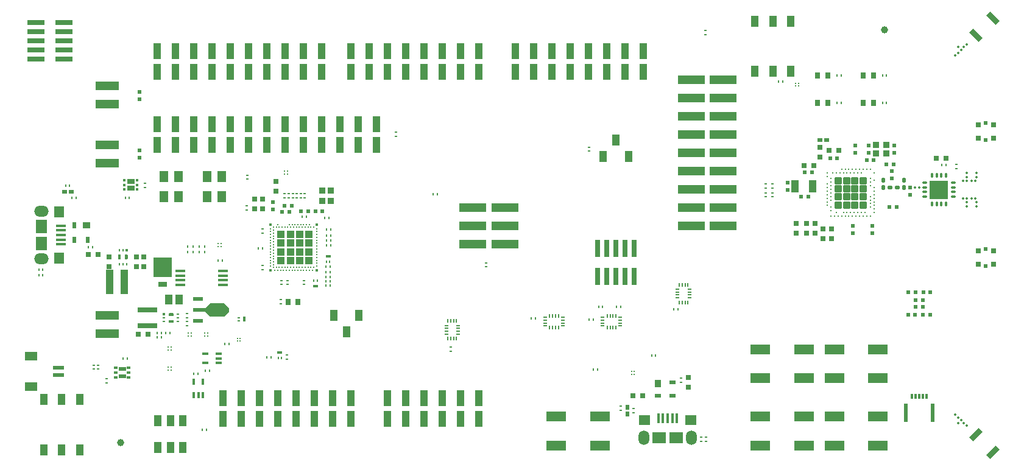
<source format=gtp>
G04*
G04 #@! TF.GenerationSoftware,Altium Limited,Altium Designer,22.6.1 (34)*
G04*
G04 Layer_Color=39423*
%FSLAX24Y24*%
%MOIN*%
G70*
G04*
G04 #@! TF.SameCoordinates,198B4140-4809-47D1-8AA6-A140D55DAB78*
G04*
G04*
G04 #@! TF.FilePolarity,Positive*
G04*
G01*
G75*
G04:AMPARAMS|DCode=35|XSize=43.3mil|YSize=39.4mil|CornerRadius=3mil|HoleSize=0mil|Usage=FLASHONLY|Rotation=180.000|XOffset=0mil|YOffset=0mil|HoleType=Round|Shape=RoundedRectangle|*
%AMROUNDEDRECTD35*
21,1,0.0433,0.0335,0,0,180.0*
21,1,0.0374,0.0394,0,0,180.0*
1,1,0.0059,-0.0187,0.0167*
1,1,0.0059,0.0187,0.0167*
1,1,0.0059,0.0187,-0.0167*
1,1,0.0059,-0.0187,-0.0167*
%
%ADD35ROUNDEDRECTD35*%
%ADD36O,0.0787X0.0591*%
G04:AMPARAMS|DCode=37|XSize=37mil|YSize=37mil|CornerRadius=2.8mil|HoleSize=0mil|Usage=FLASHONLY|Rotation=180.000|XOffset=0mil|YOffset=0mil|HoleType=Round|Shape=RoundedRectangle|*
%AMROUNDEDRECTD37*
21,1,0.0370,0.0315,0,0,180.0*
21,1,0.0315,0.0370,0,0,180.0*
1,1,0.0056,-0.0157,0.0157*
1,1,0.0056,0.0157,0.0157*
1,1,0.0056,0.0157,-0.0157*
1,1,0.0056,-0.0157,-0.0157*
%
%ADD37ROUNDEDRECTD37*%
%ADD38O,0.0591X0.0787*%
%ADD39R,0.0098X0.0138*%
%ADD40R,0.0138X0.0138*%
%ADD41R,0.0118X0.0315*%
%ADD42R,0.0148X0.0197*%
%ADD43R,0.0138X0.0098*%
%ADD44R,0.0138X0.0138*%
%ADD45R,0.0315X0.0118*%
%ADD46R,0.0197X0.0148*%
%ADD47R,0.0118X0.0106*%
%ADD48R,0.0300X0.0320*%
%ADD49R,0.1083X0.0551*%
%ADD50C,0.0093*%
%ADD51R,0.0217X0.0236*%
%ADD52R,0.0236X0.0217*%
%ADD53R,0.0106X0.0118*%
%ADD54R,0.0413X0.0283*%
%ADD55R,0.0118X0.0138*%
%ADD56R,0.0197X0.0236*%
%ADD57R,0.0394X0.1339*%
%ADD58R,0.0394X0.0630*%
%ADD59C,0.0098*%
%ADD60C,0.0167*%
%ADD61R,0.0276X0.0157*%
%ADD62R,0.0098X0.0157*%
%ADD63R,0.0236X0.0197*%
%ADD64R,0.0315X0.0295*%
%ADD65R,0.0335X0.0374*%
%ADD66R,0.0059X0.0138*%
%ADD67R,0.0098X0.0138*%
%ADD68R,0.0295X0.0315*%
G04:AMPARAMS|DCode=69|XSize=11.8mil|YSize=10.6mil|CornerRadius=2.7mil|HoleSize=0mil|Usage=FLASHONLY|Rotation=90.000|XOffset=0mil|YOffset=0mil|HoleType=Round|Shape=RoundedRectangle|*
%AMROUNDEDRECTD69*
21,1,0.0118,0.0053,0,0,90.0*
21,1,0.0065,0.0106,0,0,90.0*
1,1,0.0053,0.0027,0.0032*
1,1,0.0053,0.0027,-0.0032*
1,1,0.0053,-0.0027,-0.0032*
1,1,0.0053,-0.0027,0.0032*
%
%ADD69ROUNDEDRECTD69*%
%ADD70R,0.0197X0.0138*%
%ADD71R,0.0394X0.0236*%
%ADD72R,0.0394X0.0591*%
%ADD73R,0.0138X0.0059*%
%ADD74R,0.0138X0.0098*%
%ADD75R,0.0433X0.0551*%
%ADD76R,0.0157X0.0098*%
%ADD77C,0.0091*%
%ADD78R,0.0500X0.0300*%
%ADD79R,0.1000X0.1051*%
%ADD80O,0.0551X0.0157*%
%ADD81O,0.0071X0.0240*%
%ADD82O,0.0240X0.0071*%
%ADD83R,0.1252X0.0500*%
%ADD84R,0.0236X0.1024*%
%ADD85R,0.0118X0.0315*%
%ADD86R,0.0256X0.0197*%
%ADD87R,0.0335X0.0236*%
%ADD88R,0.0335X0.0394*%
%ADD89R,0.0472X0.0630*%
%ADD90R,0.1500X0.0500*%
%ADD91R,0.0402X0.0862*%
%ADD92R,0.0236X0.0335*%
%ADD93R,0.0394X0.0335*%
%ADD94R,0.0531X0.0157*%
%ADD95R,0.0610X0.0748*%
%ADD96R,0.0551X0.0630*%
%ADD97C,0.0394*%
%ADD98R,0.0299X0.0945*%
%ADD99R,0.0709X0.0472*%
%ADD100R,0.0610X0.0236*%
%ADD101R,0.0157X0.0276*%
%ADD102R,0.0138X0.0354*%
%ADD103R,0.0394X0.0709*%
%ADD104C,0.0118*%
%ADD105R,0.0374X0.0335*%
%ADD106R,0.1063X0.0315*%
%ADD107R,0.0551X0.0236*%
%ADD108R,0.0669X0.0236*%
%ADD109R,0.0098X0.0142*%
%ADD110R,0.1043X0.1043*%
%ADD111O,0.0118X0.0315*%
%ADD112O,0.0315X0.0118*%
%ADD113R,0.0295X0.0315*%
%ADD114R,0.0197X0.0228*%
G04:AMPARAMS|DCode=115|XSize=72.8mil|YSize=31.5mil|CornerRadius=0mil|HoleSize=0mil|Usage=FLASHONLY|Rotation=135.000|XOffset=0mil|YOffset=0mil|HoleType=Round|Shape=Rectangle|*
%AMROTATEDRECTD115*
4,1,4,0.0369,-0.0146,0.0146,-0.0369,-0.0369,0.0146,-0.0146,0.0369,0.0369,-0.0146,0.0*
%
%ADD115ROTATEDRECTD115*%

G04:AMPARAMS|DCode=116|XSize=11.8mil|YSize=10.6mil|CornerRadius=2.7mil|HoleSize=0mil|Usage=FLASHONLY|Rotation=180.000|XOffset=0mil|YOffset=0mil|HoleType=Round|Shape=RoundedRectangle|*
%AMROUNDEDRECTD116*
21,1,0.0118,0.0053,0,0,180.0*
21,1,0.0065,0.0106,0,0,180.0*
1,1,0.0053,-0.0032,0.0027*
1,1,0.0053,0.0032,0.0027*
1,1,0.0053,0.0032,-0.0027*
1,1,0.0053,-0.0032,-0.0027*
%
%ADD116ROUNDEDRECTD116*%
G04:AMPARAMS|DCode=117|XSize=11.8mil|YSize=10.6mil|CornerRadius=2.7mil|HoleSize=0mil|Usage=FLASHONLY|Rotation=225.000|XOffset=0mil|YOffset=0mil|HoleType=Round|Shape=RoundedRectangle|*
%AMROUNDEDRECTD117*
21,1,0.0118,0.0053,0,0,225.0*
21,1,0.0065,0.0106,0,0,225.0*
1,1,0.0053,-0.0042,-0.0004*
1,1,0.0053,0.0004,0.0042*
1,1,0.0053,0.0042,0.0004*
1,1,0.0053,-0.0004,-0.0042*
%
%ADD117ROUNDEDRECTD117*%
G04:AMPARAMS|DCode=118|XSize=11.8mil|YSize=10.6mil|CornerRadius=2.7mil|HoleSize=0mil|Usage=FLASHONLY|Rotation=315.000|XOffset=0mil|YOffset=0mil|HoleType=Round|Shape=RoundedRectangle|*
%AMROUNDEDRECTD118*
21,1,0.0118,0.0053,0,0,315.0*
21,1,0.0065,0.0106,0,0,315.0*
1,1,0.0053,0.0004,-0.0042*
1,1,0.0053,-0.0042,0.0004*
1,1,0.0053,-0.0004,0.0042*
1,1,0.0053,0.0042,-0.0004*
%
%ADD118ROUNDEDRECTD118*%
G04:AMPARAMS|DCode=119|XSize=19.7mil|YSize=23.6mil|CornerRadius=4.9mil|HoleSize=0mil|Usage=FLASHONLY|Rotation=0.000|XOffset=0mil|YOffset=0mil|HoleType=Round|Shape=RoundedRectangle|*
%AMROUNDEDRECTD119*
21,1,0.0197,0.0138,0,0,0.0*
21,1,0.0098,0.0236,0,0,0.0*
1,1,0.0098,0.0049,-0.0069*
1,1,0.0098,-0.0049,-0.0069*
1,1,0.0098,-0.0049,0.0069*
1,1,0.0098,0.0049,0.0069*
%
%ADD119ROUNDEDRECTD119*%
G04:AMPARAMS|DCode=120|XSize=19.7mil|YSize=25.6mil|CornerRadius=4.9mil|HoleSize=0mil|Usage=FLASHONLY|Rotation=90.000|XOffset=0mil|YOffset=0mil|HoleType=Round|Shape=RoundedRectangle|*
%AMROUNDEDRECTD120*
21,1,0.0197,0.0157,0,0,90.0*
21,1,0.0098,0.0256,0,0,90.0*
1,1,0.0098,0.0079,0.0049*
1,1,0.0098,0.0079,-0.0049*
1,1,0.0098,-0.0079,-0.0049*
1,1,0.0098,-0.0079,0.0049*
%
%ADD120ROUNDEDRECTD120*%
G04:AMPARAMS|DCode=121|XSize=72.8mil|YSize=31.5mil|CornerRadius=0mil|HoleSize=0mil|Usage=FLASHONLY|Rotation=45.000|XOffset=0mil|YOffset=0mil|HoleType=Round|Shape=Rectangle|*
%AMROTATEDRECTD121*
4,1,4,-0.0146,-0.0369,-0.0369,-0.0146,0.0146,0.0369,0.0369,0.0146,-0.0146,-0.0369,0.0*
%
%ADD121ROTATEDRECTD121*%

G04:AMPARAMS|DCode=122|XSize=11.8mil|YSize=10.6mil|CornerRadius=0mil|HoleSize=0mil|Usage=FLASHONLY|Rotation=135.000|XOffset=0mil|YOffset=0mil|HoleType=Round|Shape=Rectangle|*
%AMROTATEDRECTD122*
4,1,4,0.0079,-0.0004,0.0004,-0.0079,-0.0079,0.0004,-0.0004,0.0079,0.0079,-0.0004,0.0*
%
%ADD122ROTATEDRECTD122*%

%ADD123R,0.0197X0.0256*%
%ADD124R,0.0630X0.0551*%
%ADD125R,0.0748X0.0610*%
%ADD126R,0.0157X0.0531*%
%ADD127R,0.0945X0.0299*%
%ADD128R,0.0354X0.0138*%
G36*
X11334Y8518D02*
Y8282D01*
X11078Y8026D01*
X10291D01*
X10035Y8282D01*
Y8518D01*
X10291Y8774D01*
X11078D01*
X11334Y8518D01*
D02*
G37*
D35*
X15704Y12530D02*
D03*
X15192D02*
D03*
X14681D02*
D03*
X14169D02*
D03*
X15704Y12058D02*
D03*
X15192D02*
D03*
X14681D02*
D03*
X14169D02*
D03*
X15704Y11585D02*
D03*
X15192D02*
D03*
X14681D02*
D03*
X14169D02*
D03*
Y11113D02*
D03*
X14681D02*
D03*
X15192D02*
D03*
X15704D02*
D03*
D36*
X1065Y13799D02*
D03*
Y11201D02*
D03*
D37*
X46013Y15483D02*
D03*
X45564D02*
D03*
X45116D02*
D03*
X44667D02*
D03*
X46013Y15034D02*
D03*
X45564D02*
D03*
X45116D02*
D03*
X44667D02*
D03*
X46013Y14586D02*
D03*
X45564D02*
D03*
X45116D02*
D03*
X44667D02*
D03*
Y14137D02*
D03*
X45116D02*
D03*
X45564D02*
D03*
X46013D02*
D03*
D38*
X36626Y1400D02*
D03*
X34027D02*
D03*
D39*
X5718Y10914D02*
D03*
X5521D02*
D03*
X5324D02*
D03*
Y11682D02*
D03*
X5521D02*
D03*
D40*
X5738Y11682D02*
D03*
D41*
X5344Y11298D02*
D03*
X5699Y11298D02*
D03*
D42*
X5320Y11298D02*
D03*
X5723D02*
D03*
D43*
X8544Y8157D02*
D03*
Y7960D02*
D03*
Y7763D02*
D03*
X7776D02*
D03*
Y7960D02*
D03*
D44*
Y8177D02*
D03*
D45*
X8160Y7783D02*
D03*
X8160Y8137D02*
D03*
D46*
X8160Y7758D02*
D03*
Y8162D02*
D03*
D47*
X14203Y10014D02*
D03*
Y9790D02*
D03*
X40710Y15302D02*
D03*
Y15078D02*
D03*
X41070Y15078D02*
D03*
Y15302D02*
D03*
X15472Y14551D02*
D03*
Y14775D02*
D03*
X15256Y14551D02*
D03*
Y14775D02*
D03*
X12323Y15781D02*
D03*
Y15557D02*
D03*
X12308Y14099D02*
D03*
Y13874D02*
D03*
X15038Y14775D02*
D03*
Y14551D02*
D03*
X13150Y10831D02*
D03*
Y10606D02*
D03*
X13165Y12820D02*
D03*
Y12595D02*
D03*
X14173Y8746D02*
D03*
Y8970D02*
D03*
X14513Y9790D02*
D03*
Y10014D02*
D03*
X14378Y14775D02*
D03*
Y14551D02*
D03*
X14598Y14775D02*
D03*
Y14551D02*
D03*
X14818Y14775D02*
D03*
Y14551D02*
D03*
X15413Y10014D02*
D03*
Y9790D02*
D03*
X51122Y16366D02*
D03*
Y16142D02*
D03*
X20460Y18132D02*
D03*
Y17908D02*
D03*
X9012Y8203D02*
D03*
Y7978D02*
D03*
Y7530D02*
D03*
Y7754D02*
D03*
X4630Y4408D02*
D03*
X40710Y14812D02*
D03*
Y14588D02*
D03*
X41070Y14812D02*
D03*
Y14588D02*
D03*
X14500Y5922D02*
D03*
Y5698D02*
D03*
X4630Y4632D02*
D03*
X3939Y5382D02*
D03*
Y5158D02*
D03*
X4149D02*
D03*
Y5382D02*
D03*
X25400Y10758D02*
D03*
Y10982D02*
D03*
X37173Y1433D02*
D03*
Y1209D02*
D03*
X6740Y15342D02*
D03*
Y15118D02*
D03*
X37400Y23478D02*
D03*
Y23702D02*
D03*
X31020Y17312D02*
D03*
Y17088D02*
D03*
X32765Y3137D02*
D03*
Y2913D02*
D03*
X37443Y1433D02*
D03*
Y1209D02*
D03*
X36076Y4428D02*
D03*
Y4653D02*
D03*
X33463Y2778D02*
D03*
Y3003D02*
D03*
X23460Y6372D02*
D03*
Y6148D02*
D03*
D48*
X14558Y8839D02*
D03*
X15108D02*
D03*
X46583Y19727D02*
D03*
X46033D02*
D03*
X44083Y21227D02*
D03*
X43533D02*
D03*
X46583D02*
D03*
X46033D02*
D03*
X44083Y19727D02*
D03*
X43533D02*
D03*
D49*
X31621Y985D02*
D03*
Y2560D02*
D03*
X29239Y985D02*
D03*
Y2560D02*
D03*
X46827Y985D02*
D03*
Y2560D02*
D03*
X44445Y985D02*
D03*
Y2560D02*
D03*
X42787Y985D02*
D03*
Y2560D02*
D03*
X40405Y985D02*
D03*
Y2560D02*
D03*
X44445Y6232D02*
D03*
Y4657D02*
D03*
X46827Y6232D02*
D03*
Y4657D02*
D03*
X40405Y6232D02*
D03*
Y4657D02*
D03*
X42787Y6232D02*
D03*
Y4657D02*
D03*
D50*
X14529Y15831D02*
D03*
X14372D02*
D03*
X14529Y15989D02*
D03*
X14372D02*
D03*
X33509Y5031D02*
D03*
Y4873D02*
D03*
X33351Y5031D02*
D03*
Y4873D02*
D03*
D51*
X6430Y19933D02*
D03*
Y20327D02*
D03*
Y16742D02*
D03*
Y17136D02*
D03*
X48900Y8947D02*
D03*
Y8553D02*
D03*
X49290D02*
D03*
Y8947D02*
D03*
D52*
X49705Y9370D02*
D03*
X49312D02*
D03*
X48492D02*
D03*
X48885D02*
D03*
D53*
X31502Y5150D02*
D03*
X31278D02*
D03*
X12944Y11772D02*
D03*
X13169D02*
D03*
X16868Y10453D02*
D03*
X16644D02*
D03*
Y10778D02*
D03*
X16868D02*
D03*
Y10217D02*
D03*
X16644D02*
D03*
X16868Y9980D02*
D03*
X16644D02*
D03*
X16868Y9743D02*
D03*
X16644D02*
D03*
X16655Y11950D02*
D03*
X16879D02*
D03*
Y12792D02*
D03*
X16655D02*
D03*
X16879Y12212D02*
D03*
X16655D02*
D03*
Y12462D02*
D03*
X16879D02*
D03*
X15344Y13514D02*
D03*
X15568D02*
D03*
X16576Y13442D02*
D03*
X16801D02*
D03*
X3858Y11840D02*
D03*
X3634D02*
D03*
X50335Y16330D02*
D03*
X50559D02*
D03*
X22500Y14744D02*
D03*
X22724D02*
D03*
X7878Y7120D02*
D03*
X8102D02*
D03*
X7612Y7120D02*
D03*
X7388D02*
D03*
X7398Y6900D02*
D03*
X7622D02*
D03*
X47086Y19727D02*
D03*
X47311D02*
D03*
X34672Y5890D02*
D03*
X34448D02*
D03*
X31772Y8560D02*
D03*
X31548D02*
D03*
X32528D02*
D03*
X32752D02*
D03*
X13398Y5810D02*
D03*
X13622D02*
D03*
X10092Y1820D02*
D03*
X9868D02*
D03*
X11312Y6540D02*
D03*
X11088D02*
D03*
X5762Y5730D02*
D03*
X5538D02*
D03*
X916Y10590D02*
D03*
X1141D02*
D03*
X44821Y19727D02*
D03*
X44596D02*
D03*
X47311Y21227D02*
D03*
X47086D02*
D03*
X44821D02*
D03*
X44596D02*
D03*
X5872Y14540D02*
D03*
X5648D02*
D03*
X41398Y20892D02*
D03*
X41622D02*
D03*
X10028Y5070D02*
D03*
X10252D02*
D03*
X9408Y4890D02*
D03*
X9632D02*
D03*
X10952Y11100D02*
D03*
X10728D02*
D03*
X2384Y15197D02*
D03*
X2608D02*
D03*
X916Y10310D02*
D03*
X1141D02*
D03*
X2962Y14520D02*
D03*
X2738D02*
D03*
X35902Y8430D02*
D03*
X35678D02*
D03*
X31262Y7860D02*
D03*
X31038D02*
D03*
X28102Y7950D02*
D03*
X27878D02*
D03*
D54*
X5950Y15057D02*
D03*
Y15443D02*
D03*
D55*
X5606Y15506D02*
D03*
Y15250D02*
D03*
Y14994D02*
D03*
X6294D02*
D03*
Y15250D02*
D03*
Y15506D02*
D03*
D56*
X48593Y15108D02*
D03*
Y14715D02*
D03*
X45606Y17015D02*
D03*
Y17408D02*
D03*
X47606Y15613D02*
D03*
Y16007D02*
D03*
X13736Y14312D02*
D03*
Y13918D02*
D03*
X47718Y17407D02*
D03*
Y17013D02*
D03*
X46318Y17013D02*
D03*
Y17407D02*
D03*
X45468Y12989D02*
D03*
Y12595D02*
D03*
X46531Y12989D02*
D03*
Y12595D02*
D03*
X41884Y15374D02*
D03*
Y14980D02*
D03*
D57*
X4783Y9920D02*
D03*
X5610D02*
D03*
D58*
X17057Y8100D02*
D03*
X18435D02*
D03*
X17746Y7195D02*
D03*
X8809Y872D02*
D03*
X8120D02*
D03*
X7431D02*
D03*
Y2328D02*
D03*
X8120D02*
D03*
X8809D02*
D03*
X33189Y16797D02*
D03*
X31811D02*
D03*
X32500Y17703D02*
D03*
D59*
X16118Y10798D02*
D03*
Y10955D02*
D03*
Y11113D02*
D03*
X15803Y12924D02*
D03*
X15645D02*
D03*
X15488D02*
D03*
X13992Y13081D02*
D03*
X14622D02*
D03*
X14779D02*
D03*
X14937D02*
D03*
X15094D02*
D03*
X15251D02*
D03*
X15409D02*
D03*
X15566D02*
D03*
X13755Y12924D02*
D03*
X13913D02*
D03*
X14070D02*
D03*
X14228D02*
D03*
X14385D02*
D03*
X14543D02*
D03*
X14700D02*
D03*
X14858D02*
D03*
X15015D02*
D03*
X15173D02*
D03*
X15330D02*
D03*
X13598Y12845D02*
D03*
X16118D02*
D03*
X13755Y12766D02*
D03*
X13598Y12688D02*
D03*
X16118D02*
D03*
X13755Y12609D02*
D03*
X13598Y12530D02*
D03*
X16118D02*
D03*
X13755Y12451D02*
D03*
X13598Y12373D02*
D03*
X16118D02*
D03*
X13755Y12294D02*
D03*
X13598Y12215D02*
D03*
X16118D02*
D03*
X13598Y12058D02*
D03*
X16118D02*
D03*
X13755Y11979D02*
D03*
X13598Y11900D02*
D03*
X16118D02*
D03*
X13755Y11822D02*
D03*
X13598Y11743D02*
D03*
X16118D02*
D03*
X13755Y11664D02*
D03*
X13598Y11585D02*
D03*
X16118D02*
D03*
X13755Y11507D02*
D03*
X13598Y11428D02*
D03*
X16118D02*
D03*
X13755Y11349D02*
D03*
X13598Y11270D02*
D03*
X16118D02*
D03*
X13755Y11192D02*
D03*
X13598Y11113D02*
D03*
Y10955D02*
D03*
X13755Y11034D02*
D03*
Y10719D02*
D03*
X13913D02*
D03*
X14070D02*
D03*
X14228D02*
D03*
X14385D02*
D03*
X14543D02*
D03*
X14700D02*
D03*
X14858D02*
D03*
X15015D02*
D03*
X15173D02*
D03*
X15330D02*
D03*
X15488D02*
D03*
X15645D02*
D03*
X15803D02*
D03*
X13834Y10562D02*
D03*
X13992D02*
D03*
X14149D02*
D03*
X14307D02*
D03*
X14464D02*
D03*
X14622D02*
D03*
X14779D02*
D03*
X14937D02*
D03*
X15094D02*
D03*
X15251D02*
D03*
X15409D02*
D03*
X15566D02*
D03*
X13598Y10798D02*
D03*
X15960Y12924D02*
D03*
Y10719D02*
D03*
X15724Y10562D02*
D03*
X15881D02*
D03*
X15724Y13081D02*
D03*
X13755Y10877D02*
D03*
Y12137D02*
D03*
D60*
X16118Y13081D02*
D03*
Y10562D02*
D03*
X13598D02*
D03*
Y13081D02*
D03*
D61*
X16063Y9715D02*
D03*
X16746Y11323D02*
D03*
X14110Y6058D02*
D03*
D62*
X16152Y9990D02*
D03*
X15974D02*
D03*
X16657Y11047D02*
D03*
X16834D02*
D03*
X14021Y5782D02*
D03*
X14199D02*
D03*
D63*
X15271Y13800D02*
D03*
X15665D02*
D03*
X16442Y13800D02*
D03*
X16049D02*
D03*
X14622Y13763D02*
D03*
X14228D02*
D03*
X14366Y14107D02*
D03*
X14759D02*
D03*
X42844Y15927D02*
D03*
X43238D02*
D03*
X44213Y16710D02*
D03*
X44607D02*
D03*
X47466Y14023D02*
D03*
X47860D02*
D03*
X46216Y16601D02*
D03*
X46610D02*
D03*
X42637Y14587D02*
D03*
X43031D02*
D03*
X48877Y8137D02*
D03*
X48483D02*
D03*
X49697D02*
D03*
X49303D02*
D03*
X47308Y16355D02*
D03*
X47702D02*
D03*
D64*
X12722Y13940D02*
D03*
Y14471D02*
D03*
X13165Y13940D02*
D03*
Y14471D02*
D03*
X6269Y11298D02*
D03*
Y10766D02*
D03*
X6673Y11298D02*
D03*
Y10766D02*
D03*
X4763Y11298D02*
D03*
Y10766D02*
D03*
X13898Y15443D02*
D03*
Y14911D02*
D03*
X36466Y4706D02*
D03*
Y4175D02*
D03*
X43381Y12595D02*
D03*
Y13127D02*
D03*
X43667Y16769D02*
D03*
Y17300D02*
D03*
X44307Y12841D02*
D03*
Y12310D02*
D03*
X43844Y12841D02*
D03*
Y12310D02*
D03*
X42919Y13127D02*
D03*
Y12595D02*
D03*
X42367Y13127D02*
D03*
Y12595D02*
D03*
D65*
X16890Y14360D02*
D03*
X16437D02*
D03*
Y14931D02*
D03*
X16890D02*
D03*
D66*
X5718Y10914D02*
D03*
X5521D02*
D03*
X5324D02*
D03*
Y11682D02*
D03*
X5521D02*
D03*
D67*
X5738D02*
D03*
D68*
X3641Y11440D02*
D03*
X4172D02*
D03*
X50558Y16704D02*
D03*
X50027D02*
D03*
X6354Y7070D02*
D03*
X6886D02*
D03*
X33434Y3700D02*
D03*
X33966D02*
D03*
X42791Y16317D02*
D03*
X43322D02*
D03*
X44149Y17119D02*
D03*
X44681D02*
D03*
D69*
X51951Y15458D02*
D03*
X52175D02*
D03*
X51951Y14502D02*
D03*
X52175D02*
D03*
X49085Y15108D02*
D03*
X48860D02*
D03*
X51707Y14502D02*
D03*
X51483D02*
D03*
X51707Y15458D02*
D03*
X51483D02*
D03*
D70*
X5126Y5226D02*
D03*
Y4970D02*
D03*
Y4714D02*
D03*
X5834Y5226D02*
D03*
Y4970D02*
D03*
Y4714D02*
D03*
D71*
X5480Y5177D02*
D03*
Y4763D02*
D03*
D72*
X40106Y21452D02*
D03*
X42074D02*
D03*
X41090D02*
D03*
Y24208D02*
D03*
X42074D02*
D03*
X40106D02*
D03*
X3160Y3488D02*
D03*
X1192D02*
D03*
X2176D02*
D03*
Y732D02*
D03*
X1192D02*
D03*
X3160D02*
D03*
D73*
X8544Y8157D02*
D03*
Y7960D02*
D03*
Y7763D02*
D03*
X7776D02*
D03*
Y7960D02*
D03*
D74*
Y8177D02*
D03*
D75*
X8605Y8970D02*
D03*
X8015D02*
D03*
D76*
X11872Y7979D02*
D03*
Y7801D02*
D03*
D77*
X9991Y7119D02*
D03*
X11779Y6845D02*
D03*
X11937D02*
D03*
X11779Y6687D02*
D03*
X11937D02*
D03*
X10741Y11871D02*
D03*
Y12029D02*
D03*
X10899Y11871D02*
D03*
Y12029D02*
D03*
X9101Y7119D02*
D03*
X9259D02*
D03*
X9101Y6961D02*
D03*
X9259D02*
D03*
X7991Y6369D02*
D03*
X8149D02*
D03*
X7991Y6211D02*
D03*
X8149D02*
D03*
X10149Y6961D02*
D03*
X9991D02*
D03*
X10149Y7119D02*
D03*
X7991Y5259D02*
D03*
X8149D02*
D03*
X7991Y5101D02*
D03*
X8149D02*
D03*
X42497Y20660D02*
D03*
X42340D02*
D03*
X42497Y20817D02*
D03*
X42340D02*
D03*
D78*
X7680Y9810D02*
D03*
D79*
Y10736D02*
D03*
D80*
X10981Y9766D02*
D03*
Y10022D02*
D03*
Y10278D02*
D03*
Y10534D02*
D03*
X8659Y9766D02*
D03*
Y10022D02*
D03*
Y10278D02*
D03*
Y10534D02*
D03*
D81*
X28874Y7435D02*
D03*
X29031D02*
D03*
X29189D02*
D03*
X29346D02*
D03*
Y8085D02*
D03*
X29189D02*
D03*
X29031D02*
D03*
X28874D02*
D03*
X36436Y9782D02*
D03*
X36279D02*
D03*
X36121D02*
D03*
X35964D02*
D03*
Y8818D02*
D03*
X36121D02*
D03*
X36279D02*
D03*
X36436D02*
D03*
X32024Y8085D02*
D03*
X32181D02*
D03*
X32339D02*
D03*
X32496D02*
D03*
Y7435D02*
D03*
X32339D02*
D03*
X32181D02*
D03*
X32024D02*
D03*
X23776Y6828D02*
D03*
X23619D02*
D03*
X23461D02*
D03*
X23304D02*
D03*
Y7792D02*
D03*
X23461D02*
D03*
X23619D02*
D03*
X23776D02*
D03*
D82*
X29592Y7524D02*
D03*
Y7681D02*
D03*
Y7839D02*
D03*
Y7996D02*
D03*
X28628D02*
D03*
Y7839D02*
D03*
Y7681D02*
D03*
Y7524D02*
D03*
X36525Y9064D02*
D03*
Y9221D02*
D03*
Y9379D02*
D03*
Y9536D02*
D03*
X35875D02*
D03*
Y9379D02*
D03*
Y9221D02*
D03*
Y9064D02*
D03*
X31778Y7524D02*
D03*
Y7681D02*
D03*
Y7839D02*
D03*
Y7996D02*
D03*
X32742D02*
D03*
Y7839D02*
D03*
Y7681D02*
D03*
Y7524D02*
D03*
X23215Y7074D02*
D03*
Y7231D02*
D03*
Y7389D02*
D03*
Y7546D02*
D03*
X23865D02*
D03*
Y7389D02*
D03*
Y7231D02*
D03*
Y7074D02*
D03*
D83*
X4650Y17429D02*
D03*
Y16429D02*
D03*
Y8090D02*
D03*
Y7090D02*
D03*
Y20657D02*
D03*
Y19657D02*
D03*
D84*
X49842Y2767D02*
D03*
X48346D02*
D03*
D85*
X49290Y3673D02*
D03*
X49094D02*
D03*
X48897D02*
D03*
X48700D02*
D03*
X49487D02*
D03*
D86*
X2686Y14856D02*
D03*
X2312D02*
D03*
X43667Y17714D02*
D03*
X44041D02*
D03*
D87*
X35611Y4445D02*
D03*
Y3697D02*
D03*
X34804D02*
D03*
D88*
Y4366D02*
D03*
D89*
X7775Y15711D02*
D03*
X8563Y14609D02*
D03*
X7775D02*
D03*
X10137D02*
D03*
X10925D02*
D03*
X8563Y15711D02*
D03*
X10137D02*
D03*
X10925D02*
D03*
D90*
X38375Y14000D02*
D03*
X36625D02*
D03*
X38375Y18000D02*
D03*
Y19000D02*
D03*
X36625D02*
D03*
X38375Y20000D02*
D03*
X36625D02*
D03*
X38375Y21000D02*
D03*
X36625D02*
D03*
X38375Y15000D02*
D03*
X36625Y13000D02*
D03*
X38375D02*
D03*
X26425Y12000D02*
D03*
X24675D02*
D03*
X26425Y13000D02*
D03*
X24675D02*
D03*
X26425Y14000D02*
D03*
X24675D02*
D03*
X36625Y18000D02*
D03*
Y17000D02*
D03*
X38375D02*
D03*
X36625Y16000D02*
D03*
X38375D02*
D03*
X36625Y15000D02*
D03*
D91*
X31000Y21423D02*
D03*
Y22577D02*
D03*
X27000Y21423D02*
D03*
X30000D02*
D03*
X29000Y21423D02*
D03*
X34000Y21423D02*
D03*
X33000D02*
D03*
X27000Y22577D02*
D03*
X30000D02*
D03*
X29000D02*
D03*
X34000D02*
D03*
X33000D02*
D03*
X28000Y21423D02*
D03*
X32000D02*
D03*
X28000Y22577D02*
D03*
X32000D02*
D03*
X7400Y21423D02*
D03*
X13400D02*
D03*
X7400Y22577D02*
D03*
X13400D02*
D03*
X8400Y21423D02*
D03*
X9400Y21423D02*
D03*
X11400D02*
D03*
X12400D02*
D03*
X15400D02*
D03*
X16400D02*
D03*
X8400Y22577D02*
D03*
X9400D02*
D03*
X11400D02*
D03*
X12400D02*
D03*
X15400D02*
D03*
X16400D02*
D03*
X10400Y21423D02*
D03*
X14400Y21423D02*
D03*
X10400Y22577D02*
D03*
X14400D02*
D03*
X14000Y3577D02*
D03*
Y2423D02*
D03*
X18000Y3577D02*
D03*
X15000D02*
D03*
X16000Y3577D02*
D03*
X11000Y3577D02*
D03*
X12000D02*
D03*
X18000Y2423D02*
D03*
X15000D02*
D03*
X16000D02*
D03*
X11000D02*
D03*
X12000D02*
D03*
X17000Y3577D02*
D03*
X13000D02*
D03*
X17000Y2423D02*
D03*
X13000D02*
D03*
X23000Y3577D02*
D03*
X23000Y2423D02*
D03*
X25000Y3577D02*
D03*
X24000D02*
D03*
X21000D02*
D03*
X20000D02*
D03*
X25000Y2423D02*
D03*
X24000D02*
D03*
X21000D02*
D03*
X20000D02*
D03*
X22000Y3577D02*
D03*
Y2423D02*
D03*
X15400Y18577D02*
D03*
Y17423D02*
D03*
X16400Y18577D02*
D03*
Y17423D02*
D03*
X7400D02*
D03*
Y18577D02*
D03*
X11400D02*
D03*
Y17423D02*
D03*
X12400Y18577D02*
D03*
Y17423D02*
D03*
X10400Y18577D02*
D03*
Y17423D02*
D03*
X9400Y18577D02*
D03*
Y17423D02*
D03*
X8400D02*
D03*
Y18577D02*
D03*
X14400Y17423D02*
D03*
Y18577D02*
D03*
X13400Y17423D02*
D03*
Y18577D02*
D03*
X17400Y17423D02*
D03*
Y18577D02*
D03*
X18400Y17423D02*
D03*
Y18577D02*
D03*
X19400Y17423D02*
D03*
Y18577D02*
D03*
X23000Y22577D02*
D03*
X19000D02*
D03*
X23000Y21423D02*
D03*
X19000D02*
D03*
X24000Y22577D02*
D03*
X25000D02*
D03*
X20000D02*
D03*
X21000D02*
D03*
X18000D02*
D03*
X24000Y21423D02*
D03*
X25000D02*
D03*
X20000Y21423D02*
D03*
X21000Y21423D02*
D03*
X18000D02*
D03*
X22000Y22577D02*
D03*
Y21423D02*
D03*
D92*
X3600Y12226D02*
D03*
X2852Y13034D02*
D03*
Y12226D02*
D03*
D93*
X3521Y13034D02*
D03*
D94*
X2118Y13012D02*
D03*
Y12244D02*
D03*
Y11988D02*
D03*
Y12756D02*
D03*
Y12500D02*
D03*
D95*
X1065Y12972D02*
D03*
Y12028D02*
D03*
D96*
X2030Y11240D02*
D03*
Y13760D02*
D03*
D97*
X47205Y23750D02*
D03*
X5411Y1120D02*
D03*
D98*
X33500Y10232D02*
D03*
X33000D02*
D03*
X32500D02*
D03*
X32000D02*
D03*
X31500D02*
D03*
X33500Y11768D02*
D03*
X33000D02*
D03*
X32500D02*
D03*
X32000D02*
D03*
X31500D02*
D03*
D99*
X484Y4203D02*
D03*
Y5857D02*
D03*
D100*
X2010Y4833D02*
D03*
Y5227D02*
D03*
D101*
X12148Y7890D02*
D03*
D102*
X9394Y3726D02*
D03*
X9650D02*
D03*
X9906D02*
D03*
Y4474D02*
D03*
X9394D02*
D03*
D103*
X42292Y15167D02*
D03*
X43276D02*
D03*
D104*
X46226Y16090D02*
D03*
X44848D02*
D03*
X45045D02*
D03*
X45242D02*
D03*
X45438D02*
D03*
X45635D02*
D03*
X45832D02*
D03*
X46029D02*
D03*
X46423D02*
D03*
X44060Y15893D02*
D03*
X44356D02*
D03*
X44553D02*
D03*
X44749D02*
D03*
X44946D02*
D03*
X45143D02*
D03*
X45340D02*
D03*
X45537D02*
D03*
X45734D02*
D03*
X45931D02*
D03*
X46620D02*
D03*
X46423Y15597D02*
D03*
X44060Y15696D02*
D03*
X44257Y15597D02*
D03*
X46620Y15499D02*
D03*
X44257Y15401D02*
D03*
X46423D02*
D03*
X44060Y15302D02*
D03*
X44257Y15204D02*
D03*
X46423D02*
D03*
X44060Y15105D02*
D03*
X46620D02*
D03*
X44257Y15007D02*
D03*
X44060Y14908D02*
D03*
X46620D02*
D03*
X44257Y14810D02*
D03*
X44060Y14712D02*
D03*
X46620D02*
D03*
X44257Y14613D02*
D03*
X46423D02*
D03*
X44060Y14515D02*
D03*
X46620D02*
D03*
X44257Y14416D02*
D03*
X46423D02*
D03*
X44060Y14318D02*
D03*
X46620D02*
D03*
X46423Y14219D02*
D03*
X44060Y14121D02*
D03*
X46620D02*
D03*
X44257Y14023D02*
D03*
X46423D02*
D03*
X46620Y13924D02*
D03*
X44257Y13826D02*
D03*
X44553Y13727D02*
D03*
X44946D02*
D03*
X45143D02*
D03*
X45340D02*
D03*
X45537D02*
D03*
X45734D02*
D03*
X45931D02*
D03*
X46127D02*
D03*
X46620D02*
D03*
X44257Y13530D02*
D03*
X44454D02*
D03*
X44651D02*
D03*
X44848D02*
D03*
X45045D02*
D03*
X45242D02*
D03*
X45438D02*
D03*
X45635D02*
D03*
X45832D02*
D03*
X46029D02*
D03*
X46226D02*
D03*
X46423D02*
D03*
D105*
X47303Y16983D02*
D03*
Y17436D02*
D03*
X46732D02*
D03*
Y16983D02*
D03*
D106*
X6850Y7547D02*
D03*
Y8413D02*
D03*
D107*
X9641Y7809D02*
D03*
Y8991D02*
D03*
D108*
X9700Y8400D02*
D03*
D109*
X10010Y11553D02*
D03*
Y11884D02*
D03*
X9370D02*
D03*
Y11553D02*
D03*
X9050Y11884D02*
D03*
Y11553D02*
D03*
X9690Y11884D02*
D03*
Y11553D02*
D03*
D110*
X50177Y14980D02*
D03*
D111*
X50561Y14203D02*
D03*
X50305D02*
D03*
X50049D02*
D03*
X49793D02*
D03*
Y15758D02*
D03*
X50049D02*
D03*
X50305D02*
D03*
X50561D02*
D03*
D112*
X49400Y14596D02*
D03*
Y14852D02*
D03*
Y15108D02*
D03*
Y15364D02*
D03*
X50955D02*
D03*
Y15108D02*
D03*
Y14852D02*
D03*
Y14596D02*
D03*
D113*
X53148Y17795D02*
D03*
X52341D02*
D03*
Y18543D02*
D03*
X53148D02*
D03*
X52341Y11644D02*
D03*
X53148D02*
D03*
Y10896D02*
D03*
X52341D02*
D03*
D114*
X52744Y17713D02*
D03*
Y18626D02*
D03*
Y11726D02*
D03*
Y10813D02*
D03*
D115*
X52188Y23436D02*
D03*
X53135Y24383D02*
D03*
D116*
X52244Y14067D02*
D03*
Y14291D02*
D03*
X51703Y14067D02*
D03*
Y14291D02*
D03*
Y15891D02*
D03*
Y15667D02*
D03*
X52244D02*
D03*
Y15891D02*
D03*
D117*
X51237Y2515D02*
D03*
X51078Y2673D02*
D03*
X51699Y2053D02*
D03*
X51541Y2211D02*
D03*
X51230Y22796D02*
D03*
X51388Y22637D02*
D03*
D118*
X51230Y2204D02*
D03*
X51388Y2363D02*
D03*
X51541Y22789D02*
D03*
X51237Y22485D02*
D03*
X51078Y22327D02*
D03*
D119*
X48256Y15113D02*
D03*
Y15507D02*
D03*
X47132Y15115D02*
D03*
Y15509D02*
D03*
D120*
X47505Y15112D02*
D03*
X47879Y15112D02*
D03*
D121*
X53135Y617D02*
D03*
X52188Y1564D02*
D03*
D122*
X51699Y22947D02*
D03*
D123*
X33113Y3077D02*
D03*
Y2703D02*
D03*
D124*
X34067Y2365D02*
D03*
X36586D02*
D03*
D125*
X35799Y1400D02*
D03*
X34854D02*
D03*
D126*
X35838Y2454D02*
D03*
X35582D02*
D03*
X34815D02*
D03*
X35071D02*
D03*
X35326D02*
D03*
D127*
X2298Y24140D02*
D03*
Y23640D02*
D03*
Y23140D02*
D03*
Y22640D02*
D03*
Y22140D02*
D03*
X762Y24140D02*
D03*
Y23640D02*
D03*
Y23140D02*
D03*
Y22640D02*
D03*
Y22140D02*
D03*
D128*
X10026Y5494D02*
D03*
Y6006D02*
D03*
X10774D02*
D03*
Y5750D02*
D03*
Y5494D02*
D03*
M02*

</source>
